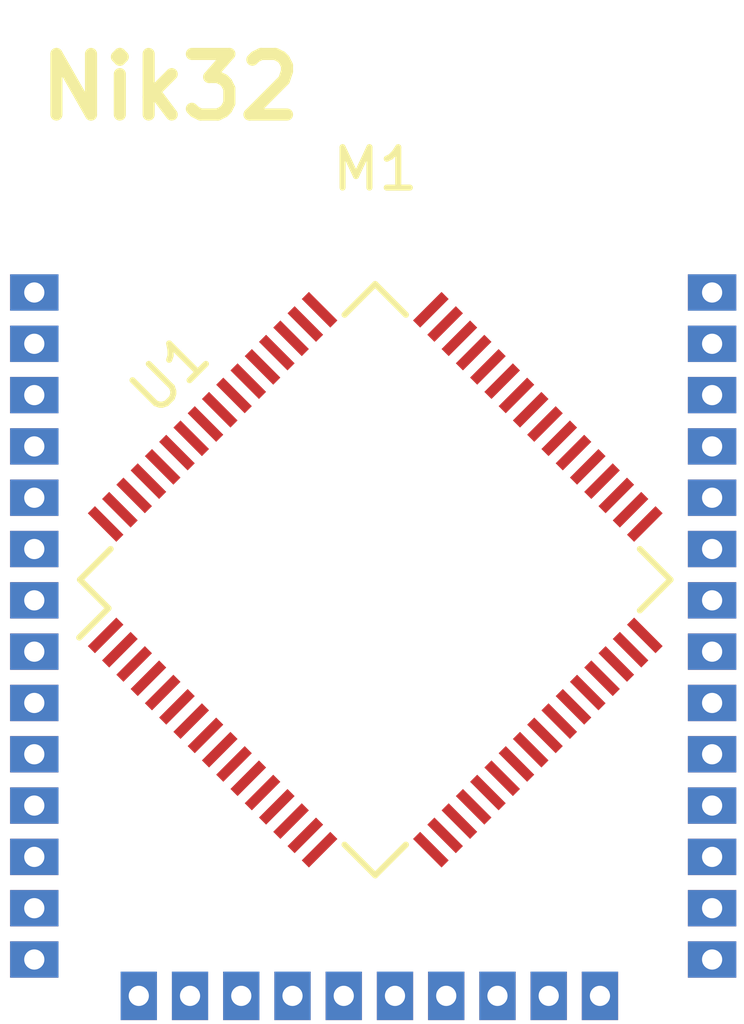
<source format=kicad_pcb>
(kicad_pcb (version 20171130) (host pcbnew "(5.0.0)")

  (general
    (thickness 1.6)
    (drawings 5)
    (tracks 0)
    (zones 0)
    (modules 2)
    (nets 103)
  )

  (page A4)
  (layers
    (0 F.Cu signal)
    (31 B.Cu signal)
    (32 B.Adhes user)
    (33 F.Adhes user)
    (34 B.Paste user)
    (35 F.Paste user)
    (36 B.SilkS user)
    (37 F.SilkS user)
    (38 B.Mask user)
    (39 F.Mask user)
    (40 Dwgs.User user)
    (41 Cmts.User user)
    (42 Eco1.User user)
    (43 Eco2.User user)
    (44 Edge.Cuts user)
    (45 Margin user)
    (46 B.CrtYd user hide)
    (47 F.CrtYd user hide)
    (48 B.Fab user hide)
    (49 F.Fab user hide)
  )

  (setup
    (last_trace_width 0.25)
    (trace_clearance 0.2)
    (zone_clearance 0.508)
    (zone_45_only no)
    (trace_min 0.2)
    (segment_width 0.2)
    (edge_width 0.15)
    (via_size 0.8)
    (via_drill 0.4)
    (via_min_size 0.4)
    (via_min_drill 0.3)
    (uvia_size 0.3)
    (uvia_drill 0.1)
    (uvias_allowed no)
    (uvia_min_size 0.2)
    (uvia_min_drill 0.1)
    (pcb_text_width 0.3)
    (pcb_text_size 1.5 1.5)
    (mod_edge_width 0.15)
    (mod_text_size 1 1)
    (mod_text_width 0.15)
    (pad_size 1.524 1.524)
    (pad_drill 0.762)
    (pad_to_mask_clearance 0.2)
    (aux_axis_origin 0 0)
    (visible_elements 7FFFFFFF)
    (pcbplotparams
      (layerselection 0x010fc_ffffffff)
      (usegerberextensions false)
      (usegerberattributes false)
      (usegerberadvancedattributes false)
      (creategerberjobfile false)
      (excludeedgelayer true)
      (linewidth 0.100000)
      (plotframeref false)
      (viasonmask false)
      (mode 1)
      (useauxorigin false)
      (hpglpennumber 1)
      (hpglpenspeed 20)
      (hpglpendiameter 15.000000)
      (psnegative false)
      (psa4output false)
      (plotreference true)
      (plotvalue true)
      (plotinvisibletext false)
      (padsonsilk false)
      (subtractmaskfromsilk false)
      (outputformat 1)
      (mirror false)
      (drillshape 1)
      (scaleselection 1)
      (outputdirectory ""))
  )

  (net 0 "")
  (net 1 "Net-(M1-Pad1)")
  (net 2 "Net-(M1-Pad2)")
  (net 3 "Net-(M1-Pad3)")
  (net 4 "Net-(M1-Pad4)")
  (net 5 "Net-(M1-Pad5)")
  (net 6 "Net-(M1-Pad6)")
  (net 7 "Net-(M1-Pad7)")
  (net 8 "Net-(M1-Pad8)")
  (net 9 "Net-(M1-Pad9)")
  (net 10 "Net-(M1-Pad10)")
  (net 11 "Net-(M1-Pad11)")
  (net 12 "Net-(M1-Pad12)")
  (net 13 "Net-(M1-Pad13)")
  (net 14 "Net-(M1-Pad14)")
  (net 15 "Net-(M1-Pad38)")
  (net 16 "Net-(M1-Pad25)")
  (net 17 "Net-(M1-Pad26)")
  (net 18 "Net-(M1-Pad27)")
  (net 19 "Net-(M1-Pad28)")
  (net 20 "Net-(M1-Pad29)")
  (net 21 "Net-(M1-Pad30)")
  (net 22 "Net-(M1-Pad31)")
  (net 23 "Net-(M1-Pad32)")
  (net 24 "Net-(M1-Pad33)")
  (net 25 "Net-(M1-Pad34)")
  (net 26 "Net-(M1-Pad35)")
  (net 27 "Net-(M1-Pad36)")
  (net 28 "Net-(M1-Pad37)")
  (net 29 "Net-(M1-Pad15)")
  (net 30 "Net-(M1-Pad16)")
  (net 31 "Net-(M1-Pad17)")
  (net 32 "Net-(M1-Pad18)")
  (net 33 "Net-(M1-Pad19)")
  (net 34 "Net-(M1-Pad20)")
  (net 35 "Net-(M1-Pad21)")
  (net 36 "Net-(M1-Pad22)")
  (net 37 "Net-(M1-Pad23)")
  (net 38 "Net-(M1-Pad24)")
  (net 39 "Net-(U1-Pad1)")
  (net 40 "Net-(U1-Pad2)")
  (net 41 "Net-(U1-Pad3)")
  (net 42 "Net-(U1-Pad4)")
  (net 43 "Net-(U1-Pad5)")
  (net 44 "Net-(U1-Pad6)")
  (net 45 "Net-(U1-Pad7)")
  (net 46 "Net-(U1-Pad8)")
  (net 47 "Net-(U1-Pad9)")
  (net 48 "Net-(U1-Pad10)")
  (net 49 "Net-(U1-Pad11)")
  (net 50 "Net-(U1-Pad12)")
  (net 51 "Net-(U1-Pad13)")
  (net 52 "Net-(U1-Pad14)")
  (net 53 "Net-(U1-Pad15)")
  (net 54 "Net-(U1-Pad16)")
  (net 55 "Net-(U1-Pad17)")
  (net 56 "Net-(U1-Pad18)")
  (net 57 "Net-(U1-Pad19)")
  (net 58 "Net-(U1-Pad20)")
  (net 59 "Net-(U1-Pad21)")
  (net 60 "Net-(U1-Pad22)")
  (net 61 "Net-(U1-Pad23)")
  (net 62 "Net-(U1-Pad24)")
  (net 63 "Net-(U1-Pad25)")
  (net 64 "Net-(U1-Pad26)")
  (net 65 "Net-(U1-Pad27)")
  (net 66 "Net-(U1-Pad28)")
  (net 67 "Net-(U1-Pad29)")
  (net 68 "Net-(U1-Pad30)")
  (net 69 "Net-(U1-Pad31)")
  (net 70 "Net-(U1-Pad32)")
  (net 71 "Net-(U1-Pad33)")
  (net 72 "Net-(U1-Pad34)")
  (net 73 "Net-(U1-Pad35)")
  (net 74 "Net-(U1-Pad36)")
  (net 75 "Net-(U1-Pad37)")
  (net 76 "Net-(U1-Pad38)")
  (net 77 "Net-(U1-Pad39)")
  (net 78 "Net-(U1-Pad40)")
  (net 79 "Net-(U1-Pad41)")
  (net 80 "Net-(U1-Pad42)")
  (net 81 "Net-(U1-Pad43)")
  (net 82 "Net-(U1-Pad44)")
  (net 83 "Net-(U1-Pad45)")
  (net 84 "Net-(U1-Pad46)")
  (net 85 "Net-(U1-Pad47)")
  (net 86 "Net-(U1-Pad48)")
  (net 87 "Net-(U1-Pad49)")
  (net 88 "Net-(U1-Pad50)")
  (net 89 "Net-(U1-Pad51)")
  (net 90 "Net-(U1-Pad52)")
  (net 91 "Net-(U1-Pad53)")
  (net 92 "Net-(U1-Pad54)")
  (net 93 "Net-(U1-Pad55)")
  (net 94 "Net-(U1-Pad56)")
  (net 95 "Net-(U1-Pad57)")
  (net 96 "Net-(U1-Pad58)")
  (net 97 "Net-(U1-Pad59)")
  (net 98 "Net-(U1-Pad60)")
  (net 99 "Net-(U1-Pad61)")
  (net 100 "Net-(U1-Pad62)")
  (net 101 "Net-(U1-Pad63)")
  (net 102 "Net-(U1-Pad64)")

  (net_class Default "This is the default net class."
    (clearance 0.2)
    (trace_width 0.25)
    (via_dia 0.8)
    (via_drill 0.4)
    (uvia_dia 0.3)
    (uvia_drill 0.1)
    (add_net "Net-(M1-Pad1)")
    (add_net "Net-(M1-Pad10)")
    (add_net "Net-(M1-Pad11)")
    (add_net "Net-(M1-Pad12)")
    (add_net "Net-(M1-Pad13)")
    (add_net "Net-(M1-Pad14)")
    (add_net "Net-(M1-Pad15)")
    (add_net "Net-(M1-Pad16)")
    (add_net "Net-(M1-Pad17)")
    (add_net "Net-(M1-Pad18)")
    (add_net "Net-(M1-Pad19)")
    (add_net "Net-(M1-Pad2)")
    (add_net "Net-(M1-Pad20)")
    (add_net "Net-(M1-Pad21)")
    (add_net "Net-(M1-Pad22)")
    (add_net "Net-(M1-Pad23)")
    (add_net "Net-(M1-Pad24)")
    (add_net "Net-(M1-Pad25)")
    (add_net "Net-(M1-Pad26)")
    (add_net "Net-(M1-Pad27)")
    (add_net "Net-(M1-Pad28)")
    (add_net "Net-(M1-Pad29)")
    (add_net "Net-(M1-Pad3)")
    (add_net "Net-(M1-Pad30)")
    (add_net "Net-(M1-Pad31)")
    (add_net "Net-(M1-Pad32)")
    (add_net "Net-(M1-Pad33)")
    (add_net "Net-(M1-Pad34)")
    (add_net "Net-(M1-Pad35)")
    (add_net "Net-(M1-Pad36)")
    (add_net "Net-(M1-Pad37)")
    (add_net "Net-(M1-Pad38)")
    (add_net "Net-(M1-Pad4)")
    (add_net "Net-(M1-Pad5)")
    (add_net "Net-(M1-Pad6)")
    (add_net "Net-(M1-Pad7)")
    (add_net "Net-(M1-Pad8)")
    (add_net "Net-(M1-Pad9)")
    (add_net "Net-(U1-Pad1)")
    (add_net "Net-(U1-Pad10)")
    (add_net "Net-(U1-Pad11)")
    (add_net "Net-(U1-Pad12)")
    (add_net "Net-(U1-Pad13)")
    (add_net "Net-(U1-Pad14)")
    (add_net "Net-(U1-Pad15)")
    (add_net "Net-(U1-Pad16)")
    (add_net "Net-(U1-Pad17)")
    (add_net "Net-(U1-Pad18)")
    (add_net "Net-(U1-Pad19)")
    (add_net "Net-(U1-Pad2)")
    (add_net "Net-(U1-Pad20)")
    (add_net "Net-(U1-Pad21)")
    (add_net "Net-(U1-Pad22)")
    (add_net "Net-(U1-Pad23)")
    (add_net "Net-(U1-Pad24)")
    (add_net "Net-(U1-Pad25)")
    (add_net "Net-(U1-Pad26)")
    (add_net "Net-(U1-Pad27)")
    (add_net "Net-(U1-Pad28)")
    (add_net "Net-(U1-Pad29)")
    (add_net "Net-(U1-Pad3)")
    (add_net "Net-(U1-Pad30)")
    (add_net "Net-(U1-Pad31)")
    (add_net "Net-(U1-Pad32)")
    (add_net "Net-(U1-Pad33)")
    (add_net "Net-(U1-Pad34)")
    (add_net "Net-(U1-Pad35)")
    (add_net "Net-(U1-Pad36)")
    (add_net "Net-(U1-Pad37)")
    (add_net "Net-(U1-Pad38)")
    (add_net "Net-(U1-Pad39)")
    (add_net "Net-(U1-Pad4)")
    (add_net "Net-(U1-Pad40)")
    (add_net "Net-(U1-Pad41)")
    (add_net "Net-(U1-Pad42)")
    (add_net "Net-(U1-Pad43)")
    (add_net "Net-(U1-Pad44)")
    (add_net "Net-(U1-Pad45)")
    (add_net "Net-(U1-Pad46)")
    (add_net "Net-(U1-Pad47)")
    (add_net "Net-(U1-Pad48)")
    (add_net "Net-(U1-Pad49)")
    (add_net "Net-(U1-Pad5)")
    (add_net "Net-(U1-Pad50)")
    (add_net "Net-(U1-Pad51)")
    (add_net "Net-(U1-Pad52)")
    (add_net "Net-(U1-Pad53)")
    (add_net "Net-(U1-Pad54)")
    (add_net "Net-(U1-Pad55)")
    (add_net "Net-(U1-Pad56)")
    (add_net "Net-(U1-Pad57)")
    (add_net "Net-(U1-Pad58)")
    (add_net "Net-(U1-Pad59)")
    (add_net "Net-(U1-Pad6)")
    (add_net "Net-(U1-Pad60)")
    (add_net "Net-(U1-Pad61)")
    (add_net "Net-(U1-Pad62)")
    (add_net "Net-(U1-Pad63)")
    (add_net "Net-(U1-Pad64)")
    (add_net "Net-(U1-Pad7)")
    (add_net "Net-(U1-Pad8)")
    (add_net "Net-(U1-Pad9)")
  )

  (module nik_things:esp32_board (layer F.Cu) (tedit 5CDDB0DB) (tstamp 5D02EEB9)
    (at 155.542 90.041001)
    (path /5CDF0DAD)
    (fp_text reference M1 (at 9.05 3.938999) (layer F.SilkS)
      (effects (font (size 1 1) (thickness 0.15)))
    )
    (fp_text value ESP-32S (at 12.098 0.890999) (layer F.Fab)
      (effects (font (size 1 1) (thickness 0.15)))
    )
    (fp_line (start 0 25) (end 18 25) (layer F.Fab) (width 0.15))
    (fp_line (start 18 25) (end 0 25) (layer F.CrtYd) (width 0.15))
    (fp_line (start 0 6.5) (end 1.5 6.5) (layer F.CrtYd) (width 0.15))
    (fp_line (start 1.5 6.5) (end 1.5 23.5) (layer F.CrtYd) (width 0.15))
    (fp_line (start 1.5 23.5) (end 16.5 23.5) (layer F.CrtYd) (width 0.15))
    (fp_line (start 16.5 23.5) (end 16.5 6.5) (layer F.CrtYd) (width 0.15))
    (fp_line (start 16.5 6.5) (end 18 6.5) (layer F.CrtYd) (width 0.15))
    (fp_line (start 18 25) (end 18 6.5) (layer F.CrtYd) (width 0.15))
    (fp_line (start 0 6.5) (end 0 25) (layer F.CrtYd) (width 0.15))
    (pad 1 thru_hole rect (at 0.6 6.99) (size 1.2 0.9) (drill 0.5) (layers *.Cu *.Mask)
      (net 1 "Net-(M1-Pad1)"))
    (pad 16 thru_hole rect (at 4.46 24.4) (size 0.9 1.2) (drill 0.5) (layers *.Cu *.Mask)
      (net 30 "Net-(M1-Pad16)"))
    (pad 38 thru_hole rect (at 17.4 6.99) (size 1.2 0.9) (drill 0.5) (layers *.Cu *.Mask)
      (net 15 "Net-(M1-Pad38)"))
    (pad 2 thru_hole rect (at 0.6 8.26) (size 1.2 0.9) (drill 0.5) (layers *.Cu *.Mask)
      (net 2 "Net-(M1-Pad2)"))
    (pad 3 thru_hole rect (at 0.6 9.53) (size 1.2 0.9) (drill 0.5) (layers *.Cu *.Mask)
      (net 3 "Net-(M1-Pad3)"))
    (pad 4 thru_hole rect (at 0.6 10.8) (size 1.2 0.9) (drill 0.5) (layers *.Cu *.Mask)
      (net 4 "Net-(M1-Pad4)"))
    (pad 5 thru_hole rect (at 0.6 12.07) (size 1.2 0.9) (drill 0.5) (layers *.Cu *.Mask)
      (net 5 "Net-(M1-Pad5)"))
    (pad 6 thru_hole rect (at 0.6 13.34) (size 1.2 0.9) (drill 0.5) (layers *.Cu *.Mask)
      (net 6 "Net-(M1-Pad6)"))
    (pad 7 thru_hole rect (at 0.6 14.61) (size 1.2 0.9) (drill 0.5) (layers *.Cu *.Mask)
      (net 7 "Net-(M1-Pad7)"))
    (pad 8 thru_hole rect (at 0.6 15.88) (size 1.2 0.9) (drill 0.5) (layers *.Cu *.Mask)
      (net 8 "Net-(M1-Pad8)"))
    (pad 9 thru_hole rect (at 0.6 17.15) (size 1.2 0.9) (drill 0.5) (layers *.Cu *.Mask)
      (net 9 "Net-(M1-Pad9)"))
    (pad 10 thru_hole rect (at 0.6 18.42) (size 1.2 0.9) (drill 0.5) (layers *.Cu *.Mask)
      (net 10 "Net-(M1-Pad10)"))
    (pad 11 thru_hole rect (at 0.6 19.69) (size 1.2 0.9) (drill 0.5) (layers *.Cu *.Mask)
      (net 11 "Net-(M1-Pad11)"))
    (pad 12 thru_hole rect (at 0.6 20.96) (size 1.2 0.9) (drill 0.5) (layers *.Cu *.Mask)
      (net 12 "Net-(M1-Pad12)"))
    (pad 13 thru_hole rect (at 0.6 22.23) (size 1.2 0.9) (drill 0.5) (layers *.Cu *.Mask)
      (net 13 "Net-(M1-Pad13)"))
    (pad 14 thru_hole rect (at 0.6 23.5) (size 1.2 0.9) (drill 0.5) (layers *.Cu *.Mask)
      (net 14 "Net-(M1-Pad14)"))
    (pad 15 thru_hole rect (at 3.19 24.4) (size 0.9 1.2) (drill 0.5) (layers *.Cu *.Mask)
      (net 29 "Net-(M1-Pad15)"))
    (pad 17 thru_hole rect (at 5.73 24.4) (size 0.9 1.2) (drill 0.5) (layers *.Cu *.Mask)
      (net 31 "Net-(M1-Pad17)"))
    (pad 18 thru_hole rect (at 7 24.4) (size 0.9 1.2) (drill 0.5) (layers *.Cu *.Mask)
      (net 32 "Net-(M1-Pad18)"))
    (pad 19 thru_hole rect (at 8.27 24.4) (size 0.9 1.2) (drill 0.5) (layers *.Cu *.Mask)
      (net 33 "Net-(M1-Pad19)"))
    (pad 20 thru_hole rect (at 9.54 24.4) (size 0.9 1.2) (drill 0.5) (layers *.Cu *.Mask)
      (net 34 "Net-(M1-Pad20)"))
    (pad 21 thru_hole rect (at 10.81 24.4) (size 0.9 1.2) (drill 0.5) (layers *.Cu *.Mask)
      (net 35 "Net-(M1-Pad21)"))
    (pad 22 thru_hole rect (at 12.08 24.4) (size 0.9 1.2) (drill 0.5) (layers *.Cu *.Mask)
      (net 36 "Net-(M1-Pad22)"))
    (pad 23 thru_hole rect (at 13.35 24.4) (size 0.9 1.2) (drill 0.5) (layers *.Cu *.Mask)
      (net 37 "Net-(M1-Pad23)"))
    (pad 24 thru_hole rect (at 14.62 24.4 90) (size 1.2 0.9) (drill 0.5) (layers *.Cu *.Mask)
      (net 38 "Net-(M1-Pad24)"))
    (pad 25 thru_hole rect (at 17.4 23.5) (size 1.2 0.9) (drill 0.5) (layers *.Cu *.Mask)
      (net 16 "Net-(M1-Pad25)"))
    (pad 26 thru_hole rect (at 17.4 22.23) (size 1.2 0.9) (drill 0.5) (layers *.Cu *.Mask)
      (net 17 "Net-(M1-Pad26)"))
    (pad 27 thru_hole rect (at 17.4 20.96) (size 1.2 0.9) (drill 0.5) (layers *.Cu *.Mask)
      (net 18 "Net-(M1-Pad27)"))
    (pad 28 thru_hole rect (at 17.4 19.69) (size 1.2 0.9) (drill 0.5) (layers *.Cu *.Mask)
      (net 19 "Net-(M1-Pad28)"))
    (pad 29 thru_hole rect (at 17.4 18.42) (size 1.2 0.9) (drill 0.5) (layers *.Cu *.Mask)
      (net 20 "Net-(M1-Pad29)"))
    (pad 30 thru_hole rect (at 17.4 17.15) (size 1.2 0.9) (drill 0.5) (layers *.Cu *.Mask)
      (net 21 "Net-(M1-Pad30)"))
    (pad 31 thru_hole rect (at 17.4 15.88) (size 1.2 0.9) (drill 0.5) (layers *.Cu *.Mask)
      (net 22 "Net-(M1-Pad31)"))
    (pad 32 thru_hole rect (at 17.4 14.61) (size 1.2 0.9) (drill 0.5) (layers *.Cu *.Mask)
      (net 23 "Net-(M1-Pad32)"))
    (pad 33 thru_hole rect (at 17.4 13.34) (size 1.2 0.9) (drill 0.5) (layers *.Cu *.Mask)
      (net 24 "Net-(M1-Pad33)"))
    (pad 34 thru_hole rect (at 17.4 12.07) (size 1.2 0.9) (drill 0.5) (layers *.Cu *.Mask)
      (net 25 "Net-(M1-Pad34)"))
    (pad 35 thru_hole rect (at 17.4 10.8) (size 1.2 0.9) (drill 0.5) (layers *.Cu *.Mask)
      (net 26 "Net-(M1-Pad35)"))
    (pad 36 thru_hole rect (at 17.4 9.53) (size 1.2 0.9) (drill 0.5) (layers *.Cu *.Mask)
      (net 27 "Net-(M1-Pad36)"))
    (pad 37 thru_hole rect (at 17.4 8.26) (size 1.2 0.9) (drill 0.5) (layers *.Cu *.Mask)
      (net 28 "Net-(M1-Pad37)"))
  )

  (module Package_QFP:LQFP-64_10x10mm_P0.5mm (layer F.Cu) (tedit 5A02F146) (tstamp 5CA59010)
    (at 164.592 104.14 45)
    (descr "64 LEAD LQFP 10x10mm (see MICREL LQFP10x10-64LD-PL-1.pdf)")
    (tags "QFP 0.5")
    (path /5CDF0C44)
    (attr smd)
    (fp_text reference U1 (at 0 -7.2 45) (layer F.SilkS)
      (effects (font (size 1 1) (thickness 0.15)))
    )
    (fp_text value STM32F411RETx (at 0 7.2 45) (layer F.Fab)
      (effects (font (size 1 1) (thickness 0.15)))
    )
    (fp_text user %R (at 0 0 45) (layer F.Fab)
      (effects (font (size 1 1) (thickness 0.15)))
    )
    (fp_line (start -4 -5) (end 5 -5) (layer F.Fab) (width 0.15))
    (fp_line (start 5 -5) (end 5 5) (layer F.Fab) (width 0.15))
    (fp_line (start 5 5) (end -5 5) (layer F.Fab) (width 0.15))
    (fp_line (start -5 5) (end -5 -4) (layer F.Fab) (width 0.15))
    (fp_line (start -5 -4) (end -4 -5) (layer F.Fab) (width 0.15))
    (fp_line (start -6.45 -6.45) (end -6.45 6.45) (layer F.CrtYd) (width 0.05))
    (fp_line (start 6.45 -6.45) (end 6.45 6.45) (layer F.CrtYd) (width 0.05))
    (fp_line (start -6.45 -6.45) (end 6.45 -6.45) (layer F.CrtYd) (width 0.05))
    (fp_line (start -6.45 6.45) (end 6.45 6.45) (layer F.CrtYd) (width 0.05))
    (fp_line (start -5.175 -5.175) (end -5.175 -4.175) (layer F.SilkS) (width 0.15))
    (fp_line (start 5.175 -5.175) (end 5.175 -4.1) (layer F.SilkS) (width 0.15))
    (fp_line (start 5.175 5.175) (end 5.175 4.1) (layer F.SilkS) (width 0.15))
    (fp_line (start -5.175 5.175) (end -5.175 4.1) (layer F.SilkS) (width 0.15))
    (fp_line (start -5.175 -5.175) (end -4.1 -5.175) (layer F.SilkS) (width 0.15))
    (fp_line (start -5.175 5.175) (end -4.1 5.175) (layer F.SilkS) (width 0.15))
    (fp_line (start 5.175 5.175) (end 4.1 5.175) (layer F.SilkS) (width 0.15))
    (fp_line (start 5.175 -5.175) (end 4.1 -5.175) (layer F.SilkS) (width 0.15))
    (fp_line (start -5.175 -4.175) (end -6.2 -4.175) (layer F.SilkS) (width 0.15))
    (pad 1 smd rect (at -5.7 -3.75 45) (size 1 0.25) (layers F.Cu F.Paste F.Mask)
      (net 39 "Net-(U1-Pad1)"))
    (pad 2 smd rect (at -5.7 -3.25 45) (size 1 0.25) (layers F.Cu F.Paste F.Mask)
      (net 40 "Net-(U1-Pad2)"))
    (pad 3 smd rect (at -5.7 -2.75 45) (size 1 0.25) (layers F.Cu F.Paste F.Mask)
      (net 41 "Net-(U1-Pad3)"))
    (pad 4 smd rect (at -5.7 -2.25 45) (size 1 0.25) (layers F.Cu F.Paste F.Mask)
      (net 42 "Net-(U1-Pad4)"))
    (pad 5 smd rect (at -5.7 -1.75 45) (size 1 0.25) (layers F.Cu F.Paste F.Mask)
      (net 43 "Net-(U1-Pad5)"))
    (pad 6 smd rect (at -5.7 -1.25 45) (size 1 0.25) (layers F.Cu F.Paste F.Mask)
      (net 44 "Net-(U1-Pad6)"))
    (pad 7 smd rect (at -5.7 -0.75 45) (size 1 0.25) (layers F.Cu F.Paste F.Mask)
      (net 45 "Net-(U1-Pad7)"))
    (pad 8 smd rect (at -5.7 -0.25 45) (size 1 0.25) (layers F.Cu F.Paste F.Mask)
      (net 46 "Net-(U1-Pad8)"))
    (pad 9 smd rect (at -5.7 0.25 45) (size 1 0.25) (layers F.Cu F.Paste F.Mask)
      (net 47 "Net-(U1-Pad9)"))
    (pad 10 smd rect (at -5.7 0.75 45) (size 1 0.25) (layers F.Cu F.Paste F.Mask)
      (net 48 "Net-(U1-Pad10)"))
    (pad 11 smd rect (at -5.7 1.25 45) (size 1 0.25) (layers F.Cu F.Paste F.Mask)
      (net 49 "Net-(U1-Pad11)"))
    (pad 12 smd rect (at -5.7 1.75 45) (size 1 0.25) (layers F.Cu F.Paste F.Mask)
      (net 50 "Net-(U1-Pad12)"))
    (pad 13 smd rect (at -5.7 2.25 45) (size 1 0.25) (layers F.Cu F.Paste F.Mask)
      (net 51 "Net-(U1-Pad13)"))
    (pad 14 smd rect (at -5.7 2.75 45) (size 1 0.25) (layers F.Cu F.Paste F.Mask)
      (net 52 "Net-(U1-Pad14)"))
    (pad 15 smd rect (at -5.7 3.25 45) (size 1 0.25) (layers F.Cu F.Paste F.Mask)
      (net 53 "Net-(U1-Pad15)"))
    (pad 16 smd rect (at -5.7 3.75 45) (size 1 0.25) (layers F.Cu F.Paste F.Mask)
      (net 54 "Net-(U1-Pad16)"))
    (pad 17 smd rect (at -3.75 5.7 135) (size 1 0.25) (layers F.Cu F.Paste F.Mask)
      (net 55 "Net-(U1-Pad17)"))
    (pad 18 smd rect (at -3.25 5.7 135) (size 1 0.25) (layers F.Cu F.Paste F.Mask)
      (net 56 "Net-(U1-Pad18)"))
    (pad 19 smd rect (at -2.75 5.7 135) (size 1 0.25) (layers F.Cu F.Paste F.Mask)
      (net 57 "Net-(U1-Pad19)"))
    (pad 20 smd rect (at -2.25 5.7 135) (size 1 0.25) (layers F.Cu F.Paste F.Mask)
      (net 58 "Net-(U1-Pad20)"))
    (pad 21 smd rect (at -1.75 5.7 135) (size 1 0.25) (layers F.Cu F.Paste F.Mask)
      (net 59 "Net-(U1-Pad21)"))
    (pad 22 smd rect (at -1.25 5.7 135) (size 1 0.25) (layers F.Cu F.Paste F.Mask)
      (net 60 "Net-(U1-Pad22)"))
    (pad 23 smd rect (at -0.75 5.7 135) (size 1 0.25) (layers F.Cu F.Paste F.Mask)
      (net 61 "Net-(U1-Pad23)"))
    (pad 24 smd rect (at -0.25 5.7 135) (size 1 0.25) (layers F.Cu F.Paste F.Mask)
      (net 62 "Net-(U1-Pad24)"))
    (pad 25 smd rect (at 0.25 5.7 135) (size 1 0.25) (layers F.Cu F.Paste F.Mask)
      (net 63 "Net-(U1-Pad25)"))
    (pad 26 smd rect (at 0.75 5.7 135) (size 1 0.25) (layers F.Cu F.Paste F.Mask)
      (net 64 "Net-(U1-Pad26)"))
    (pad 27 smd rect (at 1.25 5.7 135) (size 1 0.25) (layers F.Cu F.Paste F.Mask)
      (net 65 "Net-(U1-Pad27)"))
    (pad 28 smd rect (at 1.75 5.7 135) (size 1 0.25) (layers F.Cu F.Paste F.Mask)
      (net 66 "Net-(U1-Pad28)"))
    (pad 29 smd rect (at 2.25 5.7 135) (size 1 0.25) (layers F.Cu F.Paste F.Mask)
      (net 67 "Net-(U1-Pad29)"))
    (pad 30 smd rect (at 2.75 5.7 135) (size 1 0.25) (layers F.Cu F.Paste F.Mask)
      (net 68 "Net-(U1-Pad30)"))
    (pad 31 smd rect (at 3.25 5.7 135) (size 1 0.25) (layers F.Cu F.Paste F.Mask)
      (net 69 "Net-(U1-Pad31)"))
    (pad 32 smd rect (at 3.75 5.7 135) (size 1 0.25) (layers F.Cu F.Paste F.Mask)
      (net 70 "Net-(U1-Pad32)"))
    (pad 33 smd rect (at 5.7 3.75 45) (size 1 0.25) (layers F.Cu F.Paste F.Mask)
      (net 71 "Net-(U1-Pad33)"))
    (pad 34 smd rect (at 5.7 3.25 45) (size 1 0.25) (layers F.Cu F.Paste F.Mask)
      (net 72 "Net-(U1-Pad34)"))
    (pad 35 smd rect (at 5.7 2.75 45) (size 1 0.25) (layers F.Cu F.Paste F.Mask)
      (net 73 "Net-(U1-Pad35)"))
    (pad 36 smd rect (at 5.7 2.25 45) (size 1 0.25) (layers F.Cu F.Paste F.Mask)
      (net 74 "Net-(U1-Pad36)"))
    (pad 37 smd rect (at 5.7 1.75 45) (size 1 0.25) (layers F.Cu F.Paste F.Mask)
      (net 75 "Net-(U1-Pad37)"))
    (pad 38 smd rect (at 5.7 1.25 45) (size 1 0.25) (layers F.Cu F.Paste F.Mask)
      (net 76 "Net-(U1-Pad38)"))
    (pad 39 smd rect (at 5.7 0.75 45) (size 1 0.25) (layers F.Cu F.Paste F.Mask)
      (net 77 "Net-(U1-Pad39)"))
    (pad 40 smd rect (at 5.7 0.25 45) (size 1 0.25) (layers F.Cu F.Paste F.Mask)
      (net 78 "Net-(U1-Pad40)"))
    (pad 41 smd rect (at 5.7 -0.25 45) (size 1 0.25) (layers F.Cu F.Paste F.Mask)
      (net 79 "Net-(U1-Pad41)"))
    (pad 42 smd rect (at 5.7 -0.75 45) (size 1 0.25) (layers F.Cu F.Paste F.Mask)
      (net 80 "Net-(U1-Pad42)"))
    (pad 43 smd rect (at 5.7 -1.25 45) (size 1 0.25) (layers F.Cu F.Paste F.Mask)
      (net 81 "Net-(U1-Pad43)"))
    (pad 44 smd rect (at 5.7 -1.75 45) (size 1 0.25) (layers F.Cu F.Paste F.Mask)
      (net 82 "Net-(U1-Pad44)"))
    (pad 45 smd rect (at 5.7 -2.25 45) (size 1 0.25) (layers F.Cu F.Paste F.Mask)
      (net 83 "Net-(U1-Pad45)"))
    (pad 46 smd rect (at 5.7 -2.75 45) (size 1 0.25) (layers F.Cu F.Paste F.Mask)
      (net 84 "Net-(U1-Pad46)"))
    (pad 47 smd rect (at 5.7 -3.25 45) (size 1 0.25) (layers F.Cu F.Paste F.Mask)
      (net 85 "Net-(U1-Pad47)"))
    (pad 48 smd rect (at 5.7 -3.75 45) (size 1 0.25) (layers F.Cu F.Paste F.Mask)
      (net 86 "Net-(U1-Pad48)"))
    (pad 49 smd rect (at 3.75 -5.7 135) (size 1 0.25) (layers F.Cu F.Paste F.Mask)
      (net 87 "Net-(U1-Pad49)"))
    (pad 50 smd rect (at 3.25 -5.7 135) (size 1 0.25) (layers F.Cu F.Paste F.Mask)
      (net 88 "Net-(U1-Pad50)"))
    (pad 51 smd rect (at 2.75 -5.7 135) (size 1 0.25) (layers F.Cu F.Paste F.Mask)
      (net 89 "Net-(U1-Pad51)"))
    (pad 52 smd rect (at 2.25 -5.7 135) (size 1 0.25) (layers F.Cu F.Paste F.Mask)
      (net 90 "Net-(U1-Pad52)"))
    (pad 53 smd rect (at 1.75 -5.7 135) (size 1 0.25) (layers F.Cu F.Paste F.Mask)
      (net 91 "Net-(U1-Pad53)"))
    (pad 54 smd rect (at 1.25 -5.7 135) (size 1 0.25) (layers F.Cu F.Paste F.Mask)
      (net 92 "Net-(U1-Pad54)"))
    (pad 55 smd rect (at 0.75 -5.7 135) (size 1 0.25) (layers F.Cu F.Paste F.Mask)
      (net 93 "Net-(U1-Pad55)"))
    (pad 56 smd rect (at 0.25 -5.7 135) (size 1 0.25) (layers F.Cu F.Paste F.Mask)
      (net 94 "Net-(U1-Pad56)"))
    (pad 57 smd rect (at -0.25 -5.7 135) (size 1 0.25) (layers F.Cu F.Paste F.Mask)
      (net 95 "Net-(U1-Pad57)"))
    (pad 58 smd rect (at -0.75 -5.7 135) (size 1 0.25) (layers F.Cu F.Paste F.Mask)
      (net 96 "Net-(U1-Pad58)"))
    (pad 59 smd rect (at -1.25 -5.7 135) (size 1 0.25) (layers F.Cu F.Paste F.Mask)
      (net 97 "Net-(U1-Pad59)"))
    (pad 60 smd rect (at -1.75 -5.7 135) (size 1 0.25) (layers F.Cu F.Paste F.Mask)
      (net 98 "Net-(U1-Pad60)"))
    (pad 61 smd rect (at -2.25 -5.7 135) (size 1 0.25) (layers F.Cu F.Paste F.Mask)
      (net 99 "Net-(U1-Pad61)"))
    (pad 62 smd rect (at -2.75 -5.7 135) (size 1 0.25) (layers F.Cu F.Paste F.Mask)
      (net 100 "Net-(U1-Pad62)"))
    (pad 63 smd rect (at -3.25 -5.7 135) (size 1 0.25) (layers F.Cu F.Paste F.Mask)
      (net 101 "Net-(U1-Pad63)"))
    (pad 64 smd rect (at -3.75 -5.7 135) (size 1 0.25) (layers F.Cu F.Paste F.Mask)
      (net 102 "Net-(U1-Pad64)"))
    (model ${KISYS3DMOD}/Package_QFP.3dshapes/LQFP-64_10x10mm_P0.5mm.wrl
      (at (xyz 0 0 0))
      (scale (xyz 1 1 1))
      (rotate (xyz 0 0 0))
    )
  )

  (gr_line (start 173.59 90.04) (end 155.55 90.04) (layer Margin) (width 0.2))
  (gr_line (start 173.59 115.05) (end 173.59 90.04) (layer Margin) (width 0.2))
  (gr_line (start 155.55 115.05) (end 173.59 115.05) (layer Margin) (width 0.2))
  (gr_line (start 155.55 90.04) (end 155.55 115.05) (layer Margin) (width 0.2))
  (gr_text Nik32 (at 159.512 91.948) (layer F.SilkS)
    (effects (font (size 1.5 1.5) (thickness 0.3)))
  )

)

</source>
